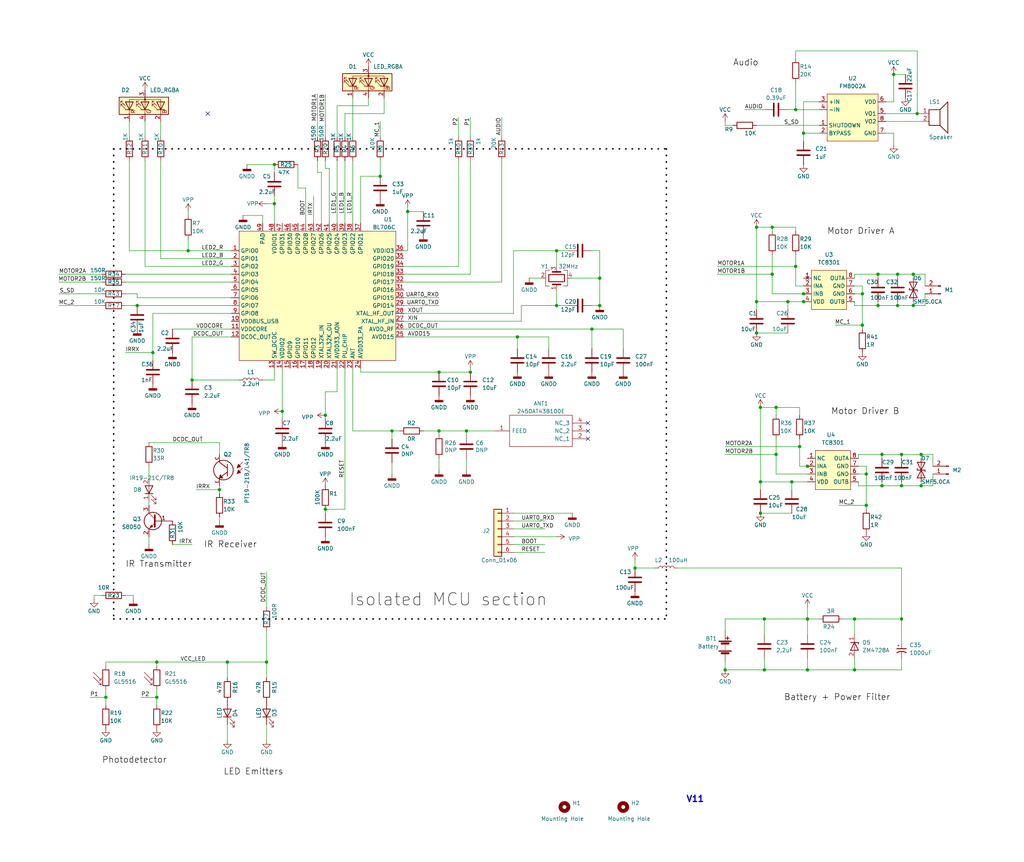
<source format=kicad_sch>
(kicad_sch (version 20230121) (generator eeschema)
  (paper "User" 331.8 279.4)
  (junction (at 260.35 97.79))
  (junction (at 292.1 157.48))
  (junction (at 132.08 68.58))
  (junction (at 257.81 86.36))
  (junction (at 152.4 120.65))
  (junction (at 276.86 200.66))
  (junction (at 34.29 226.06))
  (junction (at 256.54 156.21))
  (junction (at 88.9 53.34))
  (junction (at 246.38 166.37))
  (junction (at 251.46 147.32))
  (junction (at 290.83 88.9))
  (junction (at 279.4 95.25))
  (junction (at 105.41 165.1))
  (junction (at 297.18 36.83))
  (junction (at 247.65 217.17))
  (junction (at 260.35 43.18))
  (junction (at 62.23 123.19))
  (junction (at 250.19 73.66))
  (junction (at 105.41 134.62))
  (junction (at 245.11 107.95))
  (junction (at 260.35 95.25))
  (junction (at 289.56 24.13))
  (junction (at 91.44 133.35))
  (junction (at 205.74 184.15))
  (junction (at 246.38 132.08))
  (junction (at 261.62 217.17))
  (junction (at 194.31 99.06))
  (junction (at 88.9 66.04))
  (junction (at 245.11 97.79))
  (junction (at 261.62 200.66))
  (junction (at 49.53 114.3))
  (junction (at 279.4 105.41))
  (junction (at 234.95 217.17))
  (junction (at 86.36 214.63))
  (junction (at 295.91 88.9))
  (junction (at 245.11 73.66))
  (junction (at 285.75 157.48))
  (junction (at 151.13 139.7))
  (junction (at 142.24 120.65))
  (junction (at 261.62 151.13))
  (junction (at 191.77 106.68))
  (junction (at 251.46 132.08))
  (junction (at 259.08 144.78))
  (junction (at 71.12 158.75))
  (junction (at 73.66 214.63))
  (junction (at 295.91 99.06))
  (junction (at 246.38 156.21))
  (junction (at 180.34 81.28))
  (junction (at 44.45 99.06))
  (junction (at 292.1 200.66))
  (junction (at 247.65 200.66))
  (junction (at 280.67 153.67))
  (junction (at 167.64 109.22))
  (junction (at 255.27 97.79))
  (junction (at 292.1 147.32))
  (junction (at 285.75 147.32))
  (junction (at 142.24 139.7))
  (junction (at 60.96 81.28))
  (junction (at 290.83 99.06))
  (junction (at 298.45 147.32))
  (junction (at 284.48 99.06))
  (junction (at 250.19 88.9))
  (junction (at 50.8 214.63))
  (junction (at 280.67 163.83))
  (junction (at 127 139.7))
  (junction (at 257.81 35.56))
  (junction (at 123.19 57.15))
  (junction (at 50.8 226.06))
  (junction (at 276.86 217.17))
  (junction (at 180.34 99.06))
  (junction (at 194.31 90.17))
  (junction (at 284.48 88.9))
  (junction (at 298.45 157.48))
  (no_connect (at 67.31 36.83))
  (no_connect (at 190.5 137.16))
  (no_connect (at 190.5 142.24))
  (no_connect (at 190.5 139.7))
  (no_connect (at 97.79 -105.41))
  (no_connect (at 261.62 90.17))
  (wire (pts (xy 292.1 213.36) (xy 292.1 217.17)))
  (wire (pts (xy 276.86 95.25) (xy 279.4 95.25)))
  (wire (pts (xy 111.76 119.38) (xy 111.76 165.1)))
  (wire (pts (xy 34.29 226.06) (xy 34.29 223.52)))
  (wire (pts (xy 276.86 99.06) (xy 276.86 97.79)))
  (wire (pts (xy 177.8 109.22) (xy 177.8 113.03)))
  (wire (pts (xy 46.99 86.36) (xy 74.93 86.36)))
  (wire (pts (xy 105.41 54.61) (xy 106.68 54.61)))
  (wire (pts (xy 255.27 35.56) (xy 257.81 35.56)))
  (wire (pts (xy 279.4 92.71) (xy 279.4 95.25)))
  (wire (pts (xy 257.81 35.56) (xy 265.43 35.56)))
  (wire (pts (xy 185.42 90.17) (xy 194.31 90.17)))
  (wire (pts (xy 55.88 106.68) (xy 74.93 106.68)))
  (wire (pts (xy 234.95 217.17) (xy 247.65 217.17)))
  (wire (pts (xy 49.53 101.6) (xy 74.93 101.6)))
  (wire (pts (xy 184.15 99.06) (xy 180.34 99.06)))
  (wire (pts (xy 276.86 200.66) (xy 276.86 205.74)))
  (wire (pts (xy 46.99 44.45) (xy 46.99 39.37)))
  (wire (pts (xy 284.48 99.06) (xy 290.83 99.06)))
  (wire (pts (xy 96.52 53.34) (xy 96.52 60.96)))
  (wire (pts (xy 168.91 99.06) (xy 180.34 99.06)))
  (wire (pts (xy 88.9 63.5) (xy 88.9 66.04)))
  (wire (pts (xy 50.8 214.63) (xy 34.29 214.63)))
  (wire (pts (xy 116.84 57.15) (xy 116.84 72.39)))
  (wire (pts (xy 105.41 134.62) (xy 105.41 135.89)))
  (wire (pts (xy 234.95 147.32) (xy 251.46 147.32)))
  (wire (pts (xy 19.05 88.9) (xy 33.02 88.9)))
  (wire (pts (xy 85.09 72.39) (xy 85.09 69.85)))
  (wire (pts (xy 162.56 52.07) (xy 162.56 91.44)))
  (wire (pts (xy 60.96 68.58) (xy 60.96 69.85)))
  (wire (pts (xy 104.14 55.88) (xy 104.14 72.39)))
  (wire (pts (xy 257.81 26.67) (xy 257.81 35.56)))
  (wire (pts (xy 114.3 31.75) (xy 114.3 44.45)))
  (wire (pts (xy 130.81 88.9) (xy 152.4 88.9)))
  (wire (pts (xy 151.13 139.7) (xy 151.13 140.97)))
  (wire (pts (xy 292.1 157.48) (xy 292.1 156.21)))
  (wire (pts (xy 19.05 99.06) (xy 33.02 99.06)))
  (wire (pts (xy 287.02 36.83) (xy 297.18 36.83)))
  (wire (pts (xy 246.38 166.37) (xy 256.54 166.37)))
  (wire (pts (xy 105.41 127) (xy 105.41 134.62)))
  (wire (pts (xy 102.87 30.48) (xy 102.87 44.45)))
  (polyline (pts (xy 36.83 48.26) (xy 36.83 200.66)) (stroke (width 0.5) (type dot) (color 0 0 0 1)))
  (wire (pts (xy 234.95 39.37) (xy 234.95 40.64)))
  (wire (pts (xy 46.99 52.07) (xy 46.99 86.36)))
  (wire (pts (xy 40.64 95.25) (xy 44.45 95.25)))
  (wire (pts (xy 71.12 158.75) (xy 71.12 157.48)))
  (wire (pts (xy 285.75 147.32) (xy 285.75 148.59)))
  (wire (pts (xy 279.4 105.41) (xy 279.4 106.68)))
  (wire (pts (xy 257.81 92.71) (xy 260.35 92.71)))
  (wire (pts (xy 105.41 52.07) (xy 105.41 54.61)))
  (wire (pts (xy 105.41 127) (xy 109.22 127)))
  (wire (pts (xy 130.81 96.52) (xy 142.24 96.52)))
  (wire (pts (xy 62.23 109.22) (xy 74.93 109.22)))
  (wire (pts (xy 50.8 214.63) (xy 73.66 214.63)))
  (wire (pts (xy 127 142.24) (xy 127 139.7)))
  (wire (pts (xy 127 139.7) (xy 129.54 139.7)))
  (wire (pts (xy 289.56 24.13) (xy 293.37 24.13)))
  (wire (pts (xy 166.37 176.53) (xy 176.53 176.53)))
  (wire (pts (xy 101.6 63.5) (xy 101.6 72.39)))
  (wire (pts (xy 280.67 163.83) (xy 280.67 165.1)))
  (wire (pts (xy 261.62 90.17) (xy 260.35 90.17)))
  (wire (pts (xy 80.01 53.34) (xy 88.9 53.34)))
  (wire (pts (xy 259.08 142.24) (xy 259.08 144.78)))
  (wire (pts (xy 86.36 204.47) (xy 86.36 214.63)))
  (wire (pts (xy 191.77 106.68) (xy 191.77 113.03)))
  (wire (pts (xy 295.91 99.06) (xy 299.72 99.06)))
  (wire (pts (xy 180.34 81.28) (xy 180.34 86.36)))
  (wire (pts (xy 285.75 157.48) (xy 285.75 156.21)))
  (wire (pts (xy 261.62 200.66) (xy 261.62 205.74)))
  (wire (pts (xy 284.48 99.06) (xy 284.48 97.79)))
  (wire (pts (xy 91.44 119.38) (xy 91.44 133.35)))
  (wire (pts (xy 44.45 99.06) (xy 74.93 99.06)))
  (wire (pts (xy 166.37 179.07) (xy 176.53 179.07)))
  (wire (pts (xy 262.89 151.13) (xy 261.62 151.13)))
  (wire (pts (xy 55.88 176.53) (xy 62.23 176.53)))
  (wire (pts (xy 287.02 33.02) (xy 289.56 33.02)))
  (polyline (pts (xy 215.9 48.26) (xy 215.9 200.66)) (stroke (width 0.5) (type dot) (color 0 0 0 1)))
  (wire (pts (xy 247.65 213.36) (xy 247.65 217.17)))
  (wire (pts (xy 30.48 193.04) (xy 33.02 193.04)))
  (wire (pts (xy 280.67 153.67) (xy 280.67 163.83)))
  (wire (pts (xy 205.74 184.15) (xy 212.09 184.15)))
  (wire (pts (xy 166.37 166.37) (xy 185.42 166.37)))
  (wire (pts (xy 241.3 35.56) (xy 247.65 35.56)))
  (wire (pts (xy 114.3 139.7) (xy 114.3 119.38)))
  (wire (pts (xy 278.13 153.67) (xy 280.67 153.67)))
  (wire (pts (xy 302.26 151.13) (xy 302.26 147.32)))
  (wire (pts (xy 295.91 88.9) (xy 299.72 88.9)))
  (wire (pts (xy 285.75 147.32) (xy 292.1 147.32)))
  (wire (pts (xy 52.07 44.45) (xy 52.07 39.37)))
  (wire (pts (xy 234.95 214.63) (xy 234.95 217.17)))
  (wire (pts (xy 85.09 69.85) (xy 78.74 69.85)))
  (wire (pts (xy 219.71 184.15) (xy 292.1 184.15)))
  (wire (pts (xy 279.4 95.25) (xy 279.4 105.41)))
  (wire (pts (xy 114.3 139.7) (xy 127 139.7)))
  (wire (pts (xy 257.81 16.51) (xy 257.81 19.05)))
  (wire (pts (xy 45.72 226.06) (xy 50.8 226.06)))
  (wire (pts (xy 63.5 158.75) (xy 71.12 158.75)))
  (wire (pts (xy 278.13 157.48) (xy 285.75 157.48)))
  (wire (pts (xy 290.83 99.06) (xy 295.91 99.06)))
  (wire (pts (xy 162.56 38.1) (xy 162.56 44.45)))
  (wire (pts (xy 49.53 116.84) (xy 49.53 114.3)))
  (wire (pts (xy 48.26 151.13) (xy 48.26 154.94)))
  (wire (pts (xy 105.41 165.1) (xy 105.41 166.37)))
  (wire (pts (xy 276.86 92.71) (xy 279.4 92.71)))
  (wire (pts (xy 40.64 114.3) (xy 49.53 114.3)))
  (wire (pts (xy 292.1 200.66) (xy 292.1 208.28)))
  (wire (pts (xy 247.65 217.17) (xy 261.62 217.17)))
  (wire (pts (xy 261.62 95.25) (xy 260.35 95.25)))
  (wire (pts (xy 166.37 168.91) (xy 176.53 168.91)))
  (wire (pts (xy 130.81 106.68) (xy 191.77 106.68)))
  (wire (pts (xy 245.11 107.95) (xy 255.27 107.95)))
  (wire (pts (xy 302.26 153.67) (xy 302.26 157.48)))
  (wire (pts (xy 130.81 81.28) (xy 132.08 81.28)))
  (wire (pts (xy 166.37 171.45) (xy 176.53 171.45)))
  (wire (pts (xy 245.11 97.79) (xy 245.11 73.66)))
  (wire (pts (xy 60.96 81.28) (xy 74.93 81.28)))
  (wire (pts (xy 292.1 184.15) (xy 292.1 200.66)))
  (wire (pts (xy 71.12 168.91) (xy 71.12 167.64)))
  (wire (pts (xy 130.81 99.06) (xy 142.24 99.06)))
  (wire (pts (xy 130.81 109.22) (xy 167.64 109.22)))
  (wire (pts (xy 290.83 88.9) (xy 290.83 90.17)))
  (wire (pts (xy 111.76 36.83) (xy 111.76 44.45)))
  (wire (pts (xy 123.19 57.15) (xy 116.84 57.15)))
  (wire (pts (xy 276.86 88.9) (xy 284.48 88.9)))
  (wire (pts (xy 292.1 147.32) (xy 292.1 148.59)))
  (wire (pts (xy 71.12 143.51) (xy 71.12 147.32)))
  (wire (pts (xy 292.1 217.17) (xy 276.86 217.17)))
  (wire (pts (xy 60.96 77.47) (xy 60.96 81.28)))
  (wire (pts (xy 247.65 200.66) (xy 261.62 200.66)))
  (wire (pts (xy 256.54 156.21) (xy 256.54 158.75)))
  (wire (pts (xy 261.62 97.79) (xy 260.35 97.79)))
  (wire (pts (xy 88.9 123.19) (xy 85.09 123.19)))
  (wire (pts (xy 99.06 60.96) (xy 99.06 72.39)))
  (wire (pts (xy 290.83 99.06) (xy 290.83 97.79)))
  (wire (pts (xy 167.64 109.22) (xy 177.8 109.22)))
  (wire (pts (xy 278.13 157.48) (xy 278.13 156.21)))
  (wire (pts (xy 124.46 36.83) (xy 111.76 36.83)))
  (wire (pts (xy 48.26 162.56) (xy 48.26 163.83)))
  (wire (pts (xy 261.62 200.66) (xy 265.43 200.66)))
  (wire (pts (xy 19.05 95.25) (xy 33.02 95.25)))
  (wire (pts (xy 29.21 226.06) (xy 34.29 226.06)))
  (wire (pts (xy 148.59 38.1) (xy 148.59 44.45)))
  (wire (pts (xy 284.48 88.9) (xy 284.48 90.17)))
  (wire (pts (xy 73.66 219.71) (xy 73.66 214.63)))
  (wire (pts (xy 250.19 95.25) (xy 250.19 88.9)))
  (wire (pts (xy 284.48 88.9) (xy 290.83 88.9)))
  (polyline (pts (xy 36.83 48.26) (xy 215.9 48.26)) (stroke (width 0.5) (type dot) (color 0 0 0 1)))
  (wire (pts (xy 287.02 43.18) (xy 289.56 43.18)))
  (wire (pts (xy 276.86 99.06) (xy 284.48 99.06)))
  (wire (pts (xy 201.93 106.68) (xy 201.93 113.03)))
  (wire (pts (xy 247.65 200.66) (xy 247.65 205.74)))
  (wire (pts (xy 271.78 163.83) (xy 280.67 163.83)))
  (wire (pts (xy 106.68 54.61) (xy 106.68 72.39)))
  (wire (pts (xy 298.45 147.32) (xy 302.26 147.32)))
  (wire (pts (xy 255.27 97.79) (xy 255.27 100.33)))
  (wire (pts (xy 257.81 82.55) (xy 257.81 86.36)))
  (wire (pts (xy 86.36 214.63) (xy 86.36 219.71)))
  (wire (pts (xy 44.45 96.52) (xy 74.93 96.52)))
  (wire (pts (xy 40.64 88.9) (xy 74.93 88.9)))
  (wire (pts (xy 167.64 109.22) (xy 167.64 113.03)))
  (wire (pts (xy 259.08 151.13) (xy 261.62 151.13)))
  (wire (pts (xy 43.18 194.31) (xy 43.18 193.04)))
  (wire (pts (xy 43.18 193.04) (xy 40.64 193.04)))
  (wire (pts (xy 52.07 52.07) (xy 52.07 83.82)))
  (wire (pts (xy 270.51 105.41) (xy 279.4 105.41)))
  (wire (pts (xy 105.41 30.48) (xy 105.41 44.45)))
  (wire (pts (xy 205.74 181.61) (xy 205.74 184.15)))
  (wire (pts (xy 276.86 213.36) (xy 276.86 217.17)))
  (wire (pts (xy 52.07 83.82) (xy 74.93 83.82)))
  (wire (pts (xy 250.19 73.66) (xy 257.81 73.66)))
  (wire (pts (xy 285.75 157.48) (xy 292.1 157.48)))
  (wire (pts (xy 250.19 95.25) (xy 260.35 95.25)))
  (wire (pts (xy 102.87 52.07) (xy 102.87 55.88)))
  (wire (pts (xy 194.31 81.28) (xy 194.31 90.17)))
  (wire (pts (xy 152.4 52.07) (xy 152.4 88.9)))
  (wire (pts (xy 123.19 52.07) (xy 123.19 57.15)))
  (wire (pts (xy 30.48 194.31) (xy 30.48 193.04)))
  (wire (pts (xy 88.9 119.38) (xy 88.9 123.19)))
  (wire (pts (xy 246.38 158.75) (xy 246.38 156.21)))
  (wire (pts (xy 297.18 36.83) (xy 298.45 36.83)))
  (wire (pts (xy 191.77 99.06) (xy 194.31 99.06)))
  (wire (pts (xy 292.1 147.32) (xy 298.45 147.32)))
  (wire (pts (xy 260.35 43.18) (xy 260.35 45.72)))
  (wire (pts (xy 41.91 81.28) (xy 60.96 81.28)))
  (wire (pts (xy 290.83 88.9) (xy 295.91 88.9)))
  (wire (pts (xy 151.13 139.7) (xy 160.02 139.7)))
  (wire (pts (xy 298.45 156.21) (xy 298.45 157.48)))
  (wire (pts (xy 259.08 144.78) (xy 259.08 151.13)))
  (wire (pts (xy 40.64 99.06) (xy 44.45 99.06)))
  (wire (pts (xy 295.91 97.79) (xy 295.91 99.06)))
  (wire (pts (xy 276.86 217.17) (xy 261.62 217.17)))
  (wire (pts (xy 130.81 91.44) (xy 162.56 91.44)))
  (wire (pts (xy 49.53 114.3) (xy 49.53 101.6)))
  (wire (pts (xy 257.81 74.93) (xy 257.81 73.66)))
  (wire (pts (xy 132.08 68.58) (xy 132.08 81.28)))
  (wire (pts (xy 298.45 147.32) (xy 298.45 148.59)))
  (wire (pts (xy 116.84 120.65) (xy 116.84 119.38)))
  (wire (pts (xy 299.72 99.06) (xy 299.72 95.25)))
  (wire (pts (xy 73.66 214.63) (xy 86.36 214.63)))
  (wire (pts (xy 41.91 44.45) (xy 41.91 39.37)))
  (wire (pts (xy 292.1 157.48) (xy 298.45 157.48)))
  (wire (pts (xy 257.81 86.36) (xy 257.81 92.71)))
  (wire (pts (xy 142.24 152.4) (xy 142.24 148.59)))
  (wire (pts (xy 34.29 228.6) (xy 34.29 226.06)))
  (wire (pts (xy 246.38 132.08) (xy 251.46 132.08)))
  (wire (pts (xy 132.08 68.58) (xy 137.16 68.58)))
  (wire (pts (xy 299.72 88.9) (xy 299.72 92.71)))
  (wire (pts (xy 88.9 53.34) (xy 88.9 55.88)))
  (wire (pts (xy 152.4 119.38) (xy 152.4 120.65)))
  (wire (pts (xy 276.86 88.9) (xy 276.86 90.17)))
  (wire (pts (xy 50.8 228.6) (xy 50.8 226.06)))
  (wire (pts (xy 71.12 160.02) (xy 71.12 158.75)))
  (wire (pts (xy 245.11 40.64) (xy 265.43 40.64)))
  (wire (pts (xy 111.76 52.07) (xy 111.76 72.39)))
  (wire (pts (xy 142.24 139.7) (xy 151.13 139.7)))
  (wire (pts (xy 289.56 43.18) (xy 289.56 46.99)))
  (wire (pts (xy 102.87 55.88) (xy 104.14 55.88)))
  (wire (pts (xy 180.34 93.98) (xy 180.34 99.06)))
  (wire (pts (xy 142.24 120.65) (xy 152.4 120.65)))
  (wire (pts (xy 124.46 31.75) (xy 124.46 36.83)))
  (wire (pts (xy 168.91 99.06) (xy 168.91 104.14)))
  (wire (pts (xy 251.46 132.08) (xy 251.46 134.62)))
  (wire (pts (xy 234.95 40.64) (xy 237.49 40.64)))
  (wire (pts (xy 259.08 132.08) (xy 259.08 134.62)))
  (wire (pts (xy 232.41 86.36) (xy 257.81 86.36)))
  (wire (pts (xy 297.18 16.51) (xy 257.81 16.51)))
  (wire (pts (xy 105.41 165.1) (xy 111.76 165.1)))
  (wire (pts (xy 245.11 97.79) (xy 255.27 97.79)))
  (wire (pts (xy 119.38 31.75) (xy 119.38 34.29)))
  (wire (pts (xy 62.23 109.22) (xy 62.23 123.19)))
  (wire (pts (xy 287.02 39.37) (xy 298.45 39.37)))
  (wire (pts (xy 40.64 91.44) (xy 74.93 91.44)))
  (wire (pts (xy 166.37 101.6) (xy 166.37 81.28)))
  (wire (pts (xy 86.36 66.04) (xy 88.9 66.04)))
  (polyline (pts (xy 36.83 200.66) (xy 215.9 200.66)) (stroke (width 0.5) (type dot) (color 0 0 0 1)))
  (wire (pts (xy 62.23 123.19) (xy 77.47 123.19)))
  (wire (pts (xy 44.45 95.25) (xy 44.45 96.52)))
  (wire (pts (xy 251.46 142.24) (xy 251.46 147.32)))
  (wire (pts (xy 19.05 91.44) (xy 33.02 91.44)))
  (wire (pts (xy 180.34 173.99) (xy 166.37 173.99)))
  (wire (pts (xy 41.91 52.07) (xy 41.91 81.28)))
  (wire (pts (xy 245.11 73.66) (xy 250.19 73.66)))
  (wire (pts (xy 234.95 200.66) (xy 234.95 204.47)))
  (wire (pts (xy 261.62 217.17) (xy 261.62 213.36)))
  (wire (pts (xy 191.77 106.68) (xy 201.93 106.68)))
  (wire (pts (xy 276.86 200.66) (xy 292.1 200.66)))
  (wire (pts (xy 119.38 34.29) (xy 109.22 34.29)))
  (wire (pts (xy 278.13 147.32) (xy 278.13 148.59)))
  (wire (pts (xy 116.84 120.65) (xy 142.24 120.65)))
  (wire (pts (xy 250.19 82.55) (xy 250.19 88.9)))
  (wire (pts (xy 175.26 90.17) (xy 171.45 90.17)))
  (wire (pts (xy 114.3 52.07) (xy 114.3 72.39)))
  (wire (pts (xy 130.81 101.6) (xy 166.37 101.6)))
  (wire (pts (xy 86.36 240.03) (xy 86.36 234.95)))
  (wire (pts (xy 142.24 139.7) (xy 142.24 140.97)))
  (wire (pts (xy 73.66 240.03) (xy 73.66 234.95)))
  (wire (pts (xy 297.18 36.83) (xy 297.18 16.51)))
  (wire (pts (xy 48.26 143.51) (xy 71.12 143.51)))
  (wire (pts (xy 256.54 156.21) (xy 261.62 156.21)))
  (wire (pts (xy 180.34 81.28) (xy 184.15 81.28)))
  (wire (pts (xy 96.52 60.96) (xy 99.06 60.96)))
  (wire (pts (xy 234.95 144.78) (xy 259.08 144.78)))
  (wire (pts (xy 151.13 148.59) (xy 151.13 152.4)))
  (wire (pts (xy 50.8 226.06) (xy 50.8 223.52)))
  (wire (pts (xy 265.43 33.02) (xy 260.35 33.02)))
  (wire (pts (xy 234.95 200.66) (xy 247.65 200.66)))
  (wire (pts (xy 109.22 34.29) (xy 109.22 44.45)))
  (wire (pts (xy 245.11 100.33) (xy 245.11 97.79)))
  (wire (pts (xy 191.77 81.28) (xy 194.31 81.28)))
  (wire (pts (xy 278.13 147.32) (xy 285.75 147.32)))
  (wire (pts (xy 251.46 132.08) (xy 259.08 132.08)))
  (wire (pts (xy 166.37 81.28) (xy 180.34 81.28)))
  (wire (pts (xy 260.35 43.18) (xy 265.43 43.18)))
  (wire (pts (xy 148.59 52.07) (xy 148.59 86.36)))
  (wire (pts (xy 132.08 67.31) (xy 132.08 68.58)))
  (wire (pts (xy 194.31 90.17) (xy 194.31 99.06)))
  (wire (pts (xy 123.19 39.37) (xy 123.19 44.45)))
  (wire (pts (xy 109.22 52.07) (xy 109.22 72.39)))
  (wire (pts (xy 278.13 151.13) (xy 280.67 151.13)))
  (wire (pts (xy 50.8 215.9) (xy 50.8 214.63)))
  (wire (pts (xy 280.67 151.13) (xy 280.67 153.67)))
  (wire (pts (xy 246.38 156.21) (xy 256.54 156.21)))
  (wire (pts (xy 48.26 176.53) (xy 48.26 173.99)))
  (wire (pts (xy 142.24 139.7) (xy 137.16 139.7)))
  (wire (pts (xy 130.81 104.14) (xy 168.91 104.14)))
  (wire (pts (xy 298.45 157.48) (xy 302.26 157.48)))
  (wire (pts (xy 91.44 133.35) (xy 91.44 135.89)))
  (wire (pts (xy 152.4 38.1) (xy 152.4 44.45)))
  (wire (pts (xy 130.81 86.36) (xy 148.59 86.36)))
  (wire (pts (xy 261.62 196.85) (xy 261.62 200.66)))
  (wire (pts (xy 250.19 74.93) (xy 250.19 73.66)))
  (wire (pts (xy 251.46 153.67) (xy 251.46 147.32)))
  (wire (pts (xy 295.91 88.9) (xy 295.91 90.17)))
  (wire (pts (xy 246.38 156.21) (xy 246.38 132.08)))
  (wire (pts (xy 232.41 88.9) (xy 250.19 88.9)))
  (wire (pts (xy 88.9 66.04) (xy 88.9 72.39)))
  (wire (pts (xy 273.05 200.66) (xy 276.86 200.66)))
  (wire (pts (xy 127 153.67) (xy 127 149.86)))
  (wire (pts (xy 251.46 153.67) (xy 261.62 153.67)))
  (wire (pts (xy 34.29 214.63) (xy 34.29 215.9)))
  (wire (pts (xy 86.36 185.42) (xy 86.36 196.85)))
  (wire (pts (xy 260.35 33.02) (xy 260.35 43.18)))
  (wire (pts (xy 255.27 97.79) (xy 260.35 97.79)))
  (wire (pts (xy 289.56 24.13) (xy 289.56 33.02)))
  (wire (pts (xy 109.22 119.38) (xy 109.22 127)))
  (text "Photodetector" (at 33.02 247.65 0) (effects (font (size 2 2)) (justify left bottom)))
  (text "Audio" (at 237.49 21.59 0) (effects (font (size 2 2)) (justify left bottom)))
  (text "LED Emitters" (at 72.39 251.46 0) (effects (font (size 2 2)) (justify left bottom)))
  (text "Motor Driver A" (at 267.97 76.2 0) (effects (font (size 2 2)) (justify left bottom)))
  (text "Battery + Power Filter" (at 254 227.33 0) (effects (font (size 2 2)) (justify left bottom)))
  (text "Isolated MCU section" (at 113.03 196.85 0) (effects (font (size 4 4)) (justify left bottom)))
  (text "V11" (at 222.25 260.35 0) (effects (font (size 2 2) (thickness 0.4) bold) (justify left bottom)))
  (text "IR Transmitter" (at 40.64 184.15 0) (effects (font (size 2 2)) (justify left bottom)))
  (text "Motor Driver B" (at 269.24 134.62 0) (effects (font (size 2 2)) (justify left bottom)))
  (text "IR Receiver" (at 66.04 177.8 0) (effects (font (size 2 2)) (justify left bottom)))
  (label "MC_1" (at 270.51 105.41 0))
  (label "P1" (at 29.21 226.06 0))
  (label "RESET" (at 111.76 154.94 90))
  (label "IRRX" (at 63.5 158.75 0))
  (label "LED2_G" (at 72.39 86.36 180))
  (label "MOTOR2A" (at 234.95 144.78 0))
  (label "P2" (at 148.59 38.1 270))
  (label "AUDIO" (at 162.56 38.1 270))
  (label "MC_1" (at 123.19 39.37 270))
  (label "MOTOR2A" (at 27.94 88.9 180))
  (label "IRTX" (at 62.23 176.53 180))
  (label "MOTOR2B" (at 234.95 147.32 0))
  (label "AUDIO" (at 241.3 35.56 0))
  (label "UART0_TXD" (at 142.24 99.06 180))
  (label "MOTOR1A" (at 102.87 30.48 270))
  (label "LED2_B" (at 72.39 83.82 180))
  (label "AVDD15" (at 132.08 109.22 0))
  (label "P2" (at 45.72 226.06 0))
  (label "LED1_B" (at 111.76 62.23 270))
  (label "LED1_G" (at 109.22 62.23 270))
  (label "UART0_RXD" (at 142.24 96.52 180))
  (label "BOOT" (at 168.91 176.53 0))
  (label "UART0_TXD" (at 168.91 171.45 0))
  (label "MOTOR1A" (at 232.41 86.36 0))
  (label "VCC_LED" (at 58.42 214.63 0))
  (label "P1" (at 152.4 38.1 270))
  (label "IRRX" (at 40.64 114.3 0))
  (label "DCDC_OUT" (at 72.39 109.22 180))
  (label "DCDC_OUT" (at 55.88 143.51 0))
  (label "LED1_R" (at 114.3 62.23 270))
  (label "MC_2" (at 24.13 99.06 180))
  (label "S_SD" (at 24.13 95.25 180))
  (label "MOTOR1B" (at 105.41 30.48 270))
  (label "UART0_RXD" (at 168.91 168.91 0))
  (label "MOTOR1B" (at 232.41 88.9 0))
  (label "S_SD" (at 254 40.64 0))
  (label "VDDCORE" (at 72.39 106.68 180))
  (label "XIN" (at 132.08 104.14 0))
  (label "MOTOR2B" (at 27.94 91.44 180))
  (label "IRTX" (at 101.6 69.85 90))
  (label "LED2_R" (at 72.39 81.28 180))
  (label "DCDC_OUT" (at 132.08 106.68 0))
  (label "BOOT" (at 99.06 69.85 90))
  (label "RESET" (at 168.91 179.07 0))
  (label "DCDC_OUT" (at 86.36 185.42 270))
  (label "MC_2" (at 276.86 163.83 180))
  (label "XOUT" (at 132.08 101.6 0))
  (symbol (lib_id "Device:R") (at 55.88 172.72 180) (unit 1)
    (property "Reference" "R31" (at 55.88 172.72 90))
    (property "Value" "10K" (at 58.42 168.91 90) (effects (justify left)))
    (property "Footprint" "Resistor_SMD:R_0402_1005Metric" (effects hide))
    (property "LCSC" "C25744" (effects hide))
  )
  (symbol (lib_id "Device:C") (at 167.64 116.84 0) (unit 1)
    (property "Reference" "C14" (at 170.18 115.57 0) (effects (justify left)))
    (property "Value" "10pF" (at 170.18 118.11 0) (effects (justify left)))
    (property "Footprint" "Capacitor_SMD:C_0402_1005Metric" (effects hide))
    (property "LCSC" "C32949" (effects hide))
  )
  (symbol (lib_id "Sensor_Optical:A9050") (at 50.8 219.71 0) (unit 1)
    (property "Reference" "R21" (at 53.34 218.4399 0) (effects (justify left)))
    (property "Value" "GL5516" (at 53.34 220.9799 0) (effects (justify left)))
    (property "Footprint" "OptoDevice:R_LDR_5.0x4.1mm_P3mm_Vertical" (effects hide))
    (property "Datasheet" "http://cdn-reichelt.de/documents/datenblatt/A500/A90xxxx%23PE.pdf" (effects hide))
  )
  (symbol (lib_id "power:GNDD") (at 123.19 64.77 0) (unit 1)
    (property "Reference" "#PWR033" (effects hide))
    (property "Value" "GNDD" (at 123.19 68.58 0))
  )
  (symbol (lib_id "power:GNDD") (at 177.8 120.65 0) (unit 1)
    (property "Reference" "#PWR039" (effects hide))
    (property "Value" "GNDD" (at 177.8 124.46 0))
  )
  (symbol (lib_id "Device:R") (at 41.91 48.26 0) (unit 1)
    (property "Reference" "R12" (at 41.91 48.26 90))
    (property "Value" "1K" (at 40.64 45.72 90) (effects (justify left)))
    (property "Footprint" "Resistor_SMD:R_0402_1005Metric" (effects hide))
    (property "LCSC" "C11702" (effects hide))
  )
  (symbol (lib_id "Device:D_TVS") (at 298.45 152.4 90) (unit 1)
    (property "Reference" "D7" (at 298.45 148.59 90) (effects (justify right)))
    (property "Value" "SMF5.0CA" (at 298.45 156.21 90) (effects (justify right)))
    (property "Footprint" "Diode_SMD:D_SOD-123F" (effects hide))
    (property "LCSC" "C320548" (effects hide))
  )
  (symbol (lib_id "BL702 Robot:8002B") (at 275.59 36.83 0) (unit 1)
    (property "Reference" "U2" (at 276.225 25.4 0))
    (property "Value" "FM8002A" (at 276.225 27.94 0))
    (property "Footprint" "Package_SO:SOP-8_3.9x4.9mm_P1.27mm" (effects hide))
    (property "LCSC" "C94625" (effects hide))
  )
  (symbol (lib_id "power:GNDD") (at 49.53 124.46 0) (unit 1)
    (property "Reference" "#PWR025" (effects hide))
    (property "Value" "GNDD" (at 49.53 128.27 0))
  )
  (symbol (lib_id "Device:C") (at 137.16 72.39 180) (unit 1)
    (property "Reference" "C11" (at 140.97 69.85 0) (effects (justify left)))
    (property "Value" "2.2uF" (at 138.43 74.93 0) (effects (justify left)))
    (property "Footprint" "Capacitor_SMD:C_0402_1005Metric" (effects hide))
    (property "LCSC" "C12530" (effects hide))
  )
  (symbol (lib_id "power:GND") (at 73.66 240.03 0) (unit 1)
    (property "Reference" "#PWR040" (effects hide))
    (property "Value" "GND" (at 73.66 243.84 0))
  )
  (symbol (lib_id "Device:R") (at 250.19 78.74 0) (unit 1)
    (property "Reference" "R28" (at 251.46 77.47 0) (effects (justify left)))
    (property "Value" "10K" (at 251.46 80.01 0) (effects (justify left)))
    (property "Footprint" "Resistor_SMD:R_0402_1005Metric" (effects hide))
    (property "LCSC" "C25744" (effects hide))
  )
  (symbol (lib_id "Device:R") (at 36.83 193.04 90) (unit 1)
    (property "Reference" "R23" (at 36.83 193.04 90))
    (property "Value" "10R" (at 35.56 190.5 90) (effects (justify left)))
    (property "Footprint" "Resistor_SMD:R_1206_3216Metric" (effects hide))
    (property "LCSC" "C326706" (effects hide))
  )
  (symbol (lib_id "Device:R") (at 102.87 48.26 180) (unit 1)
    (property "Reference" "R3" (at 102.87 48.26 90))
    (property "Value" "150R" (at 101.6 40.64 90) (effects (justify left)))
    (property "Footprint" "Resistor_SMD:R_0402_1005Metric" (effects hide))
    (property "LCSC" "C140202" (effects hide))
  )
  (symbol (lib_id "Device:R") (at 241.3 40.64 90) (unit 1)
    (property "Reference" "R9" (at 237.49 41.91 90) (effects (justify left)))
    (property "Value" "10K" (at 245.11 43.18 90) (effects (justify left)))
    (property "Footprint" "Resistor_SMD:R_0402_1005Metric" (effects hide))
    (property "LCSC" "C25744" (effects hide))
  )
  (symbol (lib_id "power:GNDD") (at 43.18 194.31 0) (unit 1)
    (property "Reference" "#PWR063" (effects hide))
    (property "Value" "GNDD" (at 43.18 198.12 0))
  )
  (symbol (lib_id "Device:R") (at 109.22 48.26 0) (unit 1)
    (property "Reference" "R5" (at 109.22 48.26 90))
    (property "Value" "1K" (at 107.95 45.72 90) (effects (justify left)))
    (property "Footprint" "Resistor_SMD:R_0402_1005Metric" (effects hide))
    (property "LCSC" "C11702" (effects hide))
  )
  (symbol (lib_id "Device:R") (at 34.29 232.41 0) (unit 1)
    (property "Reference" "R19" (at 35.56 231.14 0) (effects (justify left)))
    (property "Value" "10K" (at 35.56 233.68 0) (effects (justify left)))
    (property "Footprint" "Resistor_SMD:R_0402_1005Metric" (effects hide))
    (property "LCSC" "C25744" (effects hide))
  )
  (symbol (lib_id "power:GND") (at 293.37 31.75 0) (unit 1)
    (property "Reference" "#PWR048" (effects hide))
    (property "Value" "GND" (at 293.37 35.56 0))
  )
  (symbol (lib_id "Device:R") (at 269.24 200.66 90) (unit 1)
    (property "Reference" "R24" (at 270.51 203.2 90) (effects (justify left)))
    (property "Value" "3R" (at 270.51 198.12 90) (effects (justify left)))
    (property "Footprint" "Resistor_SMD:R_1206_3216Metric" (effects hide))
    (property "LCSC" "C3152278" (effects hide))
  )
  (symbol (lib_id "power:GNDD") (at 142.24 128.27 0) (unit 1)
    (property "Reference" "#PWR028" (effects hide))
    (property "Value" "GNDD" (at 142.24 132.08 0))
  )
  (symbol (lib_id "Device:C") (at 127 146.05 0) (unit 1)
    (property "Reference" "C4" (at 129.921 144.8816 0) (effects (justify left)))
    (property "Value" "DNP" (at 129.921 147.193 0) (effects (justify left)))
    (property "Footprint" "Capacitor_SMD:C_0402_1005Metric" (effects hide))
  )
  (symbol (lib_id "power:GNDD") (at 152.4 128.27 0) (unit 1)
    (property "Reference" "#PWR031" (effects hide))
    (property "Value" "GNDD" (at 152.4 132.08 0))
  )
  (symbol (lib_id "Device:C") (at 246.38 162.56 0) (unit 1)
    (property "Reference" "C25" (at 248.92 161.29 0) (effects (justify left)))
    (property "Value" "10uF" (at 248.92 163.83 0) (effects (justify left)))
    (property "Footprint" "Capacitor_SMD:C_0603_1608Metric" (effects hide))
    (property "LCSC" "C96446" (effects hide))
  )
  (symbol (lib_id "power:GND") (at 34.29 236.22 0) (unit 1)
    (property "Reference" "#PWR051" (effects hide))
    (property "Value" "GND" (at 34.29 240.03 0))
  )
  (symbol (lib_id "power:GNDD") (at 127 153.67 0) (unit 1)
    (property "Reference" "#PWR09" (effects hide))
    (property "Value" "GNDD" (at 127 157.48 0))
  )
  (symbol (lib_id "Device:C") (at 290.83 93.98 0) (unit 1)
    (property "Reference" "C32" (at 287.02 91.44 0) (effects (justify left)))
    (property "Value" "100nF" (at 288.29 96.52 0) (effects (justify left)))
    (property "Footprint" "Capacitor_SMD:C_0402_1005Metric" (effects hide))
    (property "LCSC" "C307331" (effects hide))
  )
  (symbol (lib_id "power:VCC") (at 46.99 29.21 0) (unit 1)
    (property "Reference" "#PWR03" (effects hide))
    (property "Value" "VCC" (at 46.99 25.4 0))
  )
  (symbol (lib_id "Device:R") (at 86.36 223.52 0) (unit 1)
    (property "Reference" "R15" (at 88.9 224.79 90) (effects (justify left)))
    (property "Value" "47R" (at 83.82 224.79 90) (effects (justify left)))
    (property "Footprint" "Resistor_SMD:R_0402_1005Metric" (effects hide))
    (property "LCSC" "C284589" (effects hide))
  )
  (symbol (lib_id "Device:C") (at 105.41 139.7 0) (unit 1)
    (property "Reference" "C8" (at 105.41 137.16 0) (effects (justify left)))
    (property "Value" "2.2uF" (at 105.41 142.24 0) (effects (justify left)))
    (property "Footprint" "Capacitor_SMD:C_0402_1005Metric" (effects hide))
    (property "LCSC" "C12530" (effects hide))
  )
  (symbol (lib_id "Device:R") (at 257.81 78.74 0) (unit 1)
    (property "Reference" "R29" (at 259.08 77.47 0) (effects (justify left)))
    (property "Value" "10K" (at 259.08 80.01 0) (effects (justify left)))
    (property "Footprint" "Resistor_SMD:R_0402_1005Metric" (effects hide))
    (property "LCSC" "C25744" (effects hide))
  )
  (symbol (lib_id "Device:C") (at 284.48 93.98 0) (unit 1)
    (property "Reference" "C30" (at 280.67 91.44 0) (effects (justify left)))
    (property "Value" "100nF" (at 281.94 96.52 0) (effects (justify left)))
    (property "Footprint" "Capacitor_SMD:C_0402_1005Metric" (effects hide))
    (property "LCSC" "C307331" (effects hide))
  )
  (symbol (lib_id "Device:R") (at 105.41 48.26 180) (unit 1)
    (property "Reference" "R20" (at 105.41 48.26 90))
    (property "Value" "150R" (at 104.14 40.64 90) (effects (justify left)))
    (property "Footprint" "Resistor_SMD:R_0402_1005Metric" (effects hide))
    (property "LCSC" "C140202" (effects hide))
  )
  (symbol (lib_id "Device:R") (at 279.4 110.49 0) (unit 1)
    (property "Reference" "R41" (at 280.67 109.22 0) (effects (justify left)))
    (property "Value" "1R" (at 280.67 111.76 0) (effects (justify left)))
    (property "Footprint" "Resistor_SMD:R_1206_3216Metric" (effects hide))
    (property "LCSC" "C17928" (effects hide))
  )
  (symbol (lib_id "power:GNDD") (at 55.88 114.3 0) (unit 1)
    (property "Reference" "#PWR07" (effects hide))
    (property "Value" "GNDD" (at 55.88 118.11 0))
  )
  (symbol (lib_id "Device:R") (at 60.96 73.66 0) (unit 1)
    (property "Reference" "R7" (at 62.23 72.39 0) (effects (justify left)))
    (property "Value" "10K" (at 62.23 74.93 0) (effects (justify left)))
    (property "Footprint" "Resistor_SMD:R_0402_1005Metric" (effects hide))
    (property "LCSC" "C25744" (effects hide))
  )
  (symbol (lib_id "power:GNDD") (at 48.26 176.53 0) (unit 1)
    (property "Reference" "#PWR037" (effects hide))
    (property "Value" "GNDD" (at 48.26 180.34 0))
  )
  (symbol (lib_id "power:GNDD") (at 201.93 120.65 0) (unit 1)
    (property "Reference" "#PWR049" (effects hide))
    (property "Value" "GNDD" (at 201.93 124.46 0))
  )
  (symbol (lib_id "Device:C") (at 251.46 35.56 90) (unit 1)
    (property "Reference" "C18" (at 251.46 29.21 90))
    (property "Value" "0.39uF" (at 251.46 31.75 90))
    (property "Footprint" "Capacitor_SMD:C_0603_1608Metric" (effects hide))
    (property "LCSC" "C309480" (effects hide))
  )
  (symbol (lib_id "Device:Q_NPN_BEC") (at 50.8 168.91 0) (mirror y) (unit 1)
    (property "Reference" "Q3" (at 45.72 168.275 0) (effects (justify left)))
    (property "Value" "S8050" (at 45.72 170.815 0) (effects (justify left)))
    (property "Footprint" "Package_TO_SOT_SMD:SOT-23-3" (effects hide))
    (property "LCSC" "C2926165" (effects hide))
  )
  (symbol (lib_id "power:VPP") (at 180.34 173.99 270) (unit 1)
    (property "Reference" "#PWR01" (effects hide))
    (property "Value" "VMCU" (at 184.15 174.625 90) (effects (justify left)))
  )
  (symbol (lib_id "Device:R") (at 105.41 161.29 0) (unit 1)
    (property "Reference" "R1" (at 106.68 160.02 0) (effects (justify left)))
    (property "Value" "100K" (at 102.87 163.83 90) (effects (justify left)))
    (property "Footprint" "Resistor_SMD:R_0402_1005Metric" (effects hide))
    (property "LCSC" "C208776" (effects hide))
  )
  (symbol (lib_id "Device:C") (at 44.45 102.87 0) (unit 1)
    (property "Reference" "C34" (at 43.18 107.95 90) (effects (justify left)))
    (property "Value" "1uF" (at 45.72 107.95 90) (effects (justify left)))
    (property "Footprint" "Capacitor_SMD:C_0402_1005Metric" (effects hide))
    (property "LCSC" "C52923" (effects hide))
  )
  (symbol (lib_id "power:GNDD") (at 185.42 166.37 0) (unit 1)
    (property "Reference" "#PWR04" (effects hide))
    (property "Value" "GNDD" (at 185.42 170.18 0))
  )
  (symbol (lib_id "Device:R") (at 73.66 223.52 0) (unit 1)
    (property "Reference" "R16" (at 76.2 224.79 90) (effects (justify left)))
    (property "Value" "47R" (at 71.12 224.79 90) (effects (justify left)))
    (property "Footprint" "Resistor_SMD:R_0402_1005Metric" (effects hide))
    (property "LCSC" "C284589" (effects hide))
  )
  (symbol (lib_id "Device:R") (at 259.08 138.43 0) (unit 1)
    (property "Reference" "R37" (at 260.35 137.16 0) (effects (justify left)))
    (property "Value" "10K" (at 260.35 139.7 0) (effects (justify left)))
    (property "Footprint" "Resistor_SMD:R_0402_1005Metric" (effects hide))
    (property "LCSC PN" "C25744" (effects hide))
  )
  (symbol (lib_id "power:GNDD") (at 80.01 53.34 0) (unit 1)
    (property "Reference" "#PWR013" (effects hide))
    (property "Value" "GNDD" (at 80.01 57.15 0))
  )
  (symbol (lib_id "power:GNDD") (at 105.41 143.51 0) (unit 1)
    (property "Reference" "#PWR020" (effects hide))
    (property "Value" "GNDD" (at 105.41 147.32 0))
  )
  (symbol (lib_id "Device:R") (at 36.83 91.44 90) (unit 1)
    (property "Reference" "R35" (at 36.83 91.44 90))
    (property "Value" "150R" (at 34.29 90.17 90) (effects (justify left)))
    (property "Footprint" "Resistor_SMD:R_0402_1005Metric" (effects hide))
    (property "LCSC" "C140202" (effects hide))
  )
  (symbol (lib_id "Connector_Generic:Conn_01x06") (at 161.29 171.45 0) (mirror y) (unit 1)
    (property "Reference" "J2" (at 158.75 172.085 0) (effects (justify left)))
    (property "Value" "Conn_01x06" (at 167.64 181.61 0) (effects (justify left)))
    (property "Footprint" "Connector_PinHeader_1.27mm:PinHeader_1x06_P1.27mm_Vertical" (effects hide))
  )
  (symbol (lib_id "Device:C") (at 293.37 27.94 0) (unit 1)
    (property "Reference" "C17" (at 294.64 33.02 90) (effects (justify left)))
    (property "Value" "22uF" (at 294.64 26.67 90) (effects (justify left)))
    (property "Footprint" "Capacitor_SMD:C_0603_1608Metric" (effects hide))
    (property "LCSC" "C162690" (effects hide))
  )
  (symbol (lib_id "power:VPP") (at 86.36 66.04 90) (unit 1)
    (property "Reference" "#PWR067" (effects hide))
    (property "Value" "VMCU" (at 83.82 66.04 90) (effects (justify left)))
  )
  (symbol (lib_id "Mechanical:MountingHole") (at 201.93 261.62 0) (unit 1)
    (property "Reference" "H2" (at 204.47 260.3499 0) (effects (justify left)))
    (property "Value" "Mounting Hole" (at 196.85 265.43 0) (effects (justify left)))
    (property "Footprint" "MountingHole:MountingHole_3mm" (effects hide))
  )
  (symbol (lib_id "power:VPP") (at 132.08 67.31 0) (unit 1)
    (property "Reference" "#PWR066" (effects hide))
    (property "Value" "VMCU" (at 132.08 63.5 0))
  )
  (symbol (lib_id "power:GNDD") (at 44.45 106.68 0) (unit 1)
    (property "Reference" "#PWR018" (effects hide))
    (property "Value" "GNDD" (at 44.45 110.49 0))
  )
  (symbol (lib_id "power:GNDD") (at 137.16 76.2 0) (unit 1)
    (property "Reference" "#PWR06" (effects hide))
    (property "Value" "GNDD" (at 137.16 80.01 0))
  )
  (symbol (lib_id "Connector:Conn_01x02_Male") (at 307.34 153.67 180) (unit 1)
    (property "Reference" "M2" (at 308.61 152.3999 0) (effects (justify right)))
    (property "Value" "Conn_01x02_Male" (effects hide))
    (property "Footprint" "Connector_JST:JST_XH_B2B-XH-A_1x02_P2.50mm_Vertical" (effects hide))
    (property "LCSC" "C158012" (effects hide))
  )
  (symbol (lib_id "power:VPP") (at 152.4 119.38 0) (unit 1)
    (property "Reference" "#PWR065" (effects hide))
    (property "Value" "VMCU" (at 152.4 115.57 0))
  )
  (symbol (lib_id "1New_Library:2450AT43B100E") (at 190.5 139.7 180) (unit 1)
    (property "Reference" "ANT1" (at 175.26 130.81 0))
    (property "Value" "2450AT43B100E" (at 175.26 133.35 0))
    (property "Footprint" "1Library:2450AT43B100E" (effects hide))
    (property "Datasheet" "https://componentsearchengine.com/Datasheets/2/2450AT43B100E.pdf" (effects hide))
    (property "LCSC" "C2917721" (effects hide))
  )
  (symbol (lib_id "BL706 Robot:TC8301") (at 267.97 92.71 0) (unit 1)
    (property "Reference" "U3" (at 268.605 82.55 0))
    (property "Value" "TC8301" (at 268.605 85.09 0))
    (property "Footprint" "Package_SO:SOP-8_3.9x4.9mm_P1.27mm" (effects hide))
    (property "LCSC" "C2887481" (effects hide))
  )
  (symbol (lib_id "Device:R") (at 114.3 48.26 0) (unit 1)
    (property "Reference" "R6" (at 114.3 48.26 90))
    (property "Value" "1K" (at 113.03 45.72 90) (effects (justify left)))
    (property "Footprint" "Resistor_SMD:R_0402_1005Metric" (effects hide))
    (property "LCSC" "C11702" (effects hide))
  )
  (symbol (lib_id "Device:C") (at 205.74 187.96 0) (unit 1)
    (property "Reference" "C13" (at 200.66 185.42 0) (effects (justify left)))
    (property "Value" "100uF" (at 199.39 190.5 0) (effects (justify left)))
    (property "Footprint" "Capacitor_Tantalum_SMD:CP_EIA-3528-21_Kemet-B" (effects hide))
    (property "LCSC" "C129567" (effects hide))
  )
  (symbol (lib_id "Device:C") (at 255.27 104.14 0) (unit 1)
    (property "Reference" "C26" (at 251.46 101.6 0) (effects (justify left)))
    (property "Value" "10uF" (at 250.19 106.68 0) (effects (justify left)))
    (property "Footprint" "Capacitor_SMD:C_0603_1608Metric" (effects hide))
    (property "LCSC" "C96446" (effects hide))
  )
  (symbol (lib_id "Device:C") (at 55.88 110.49 0) (unit 1)
    (property "Reference" "C2" (at 52.07 107.95 0) (effects (justify left)))
    (property "Value" "2.2uF" (at 50.8 113.03 0) (effects (justify left)))
    (property "Footprint" "Capacitor_SMD:C_0402_1005Metric" (effects hide))
    (property "LCSC" "C12530" (effects hide))
  )
  (symbol (lib_id "Device:LED") (at 86.36 231.14 90) (unit 1)
    (property "Reference" "D3" (at 88.9 231.14 0))
    (property "Value" "LED" (at 83.82 231.14 0))
    (property "Footprint" "LED_THT:LED_D3.0mm_Horizontal_O1.27mm_Z2.0mm" (effects hide))
  )
  (symbol (lib_id "power:GNDD") (at 105.41 173.99 0) (unit 1)
    (property "Reference" "#PWR024" (effects hide))
    (property "Value" "GNDD" (at 105.41 177.8 0))
  )
  (symbol (lib_id "power:VPP") (at 205.74 181.61 0) (unit 1)
    (property "Reference" "#PWR035" (effects hide))
    (property "Value" "VMCU" (at 203.2 177.8 0) (effects (justify left)))
  )
  (symbol (lib_id "Device:Speaker") (at 303.53 36.83 0) (unit 1)
    (property "Reference" "LS1" (at 300.99 33.02 0) (effects (justify left)))
    (property "Value" "Speaker" (at 300.99 44.45 0) (effects (justify left)))
    (property "Footprint" "Connector_JST:JST_XH_B2B-XH-A_1x02_P2.50mm_Vertical" (effects hide))
    (property "LCSC" "C158012" (effects hide))
  )
  (symbol (lib_id "Device:LED_RGBA") (at 119.38 26.67 90) (unit 1)
    (property "Reference" "D1" (at 114.3 21.59 90))
    (property "Value" "LED_RGBA" (at 125.73 21.59 90))
    (property "Footprint" "1Library:FM-B2020RGBA-HG" (effects hide))
    (property "LCSC" "C108793" (effects hide))
  )
  (symbol (lib_id "Device:C") (at 152.4 124.46 0) (unit 1)
    (property "Reference" "C12" (at 156.21 123.1899 0) (effects (justify left)))
    (property "Value" "10uF" (at 156.21 125.7299 0) (effects (justify left)))
    (property "Footprint" "Capacitor_SMD:C_0603_1608Metric" (effects hide))
    (property "LCSC" "C96446" (effects hide))
  )
  (symbol (lib_id "Device:R") (at 162.56 48.26 180) (unit 1)
    (property "Reference" "R13" (at 162.56 48.26 90))
    (property "Value" "20K" (at 160.02 44.45 90) (effects (justify left)))
    (property "Footprint" "Resistor_SMD:R_0402_1005Metric" (effects hide))
    (property "LCSC" "C25765" (effects hide))
  )
  (symbol (lib_id "Device:C") (at 49.53 120.65 0) (unit 1)
    (property "Reference" "C36" (at 45.72 118.11 0) (effects (justify left)))
    (property "Value" "1nF" (at 45.72 123.19 0) (effects (justify left)))
    (property "Footprint" "Capacitor_SMD:C_0402_1005Metric" (effects hide))
    (property "LCSC" "C141053" (effects hide))
  )
  (symbol (lib_id "power:GND") (at 50.8 236.22 0) (unit 1)
    (property "Reference" "#PWR055" (effects hide))
    (property "Value" "GND" (at 50.8 240.03 0))
  )
  (symbol (lib_id "Device:C") (at 177.8 116.84 0) (unit 1)
    (property "Reference" "C16" (at 181.61 115.5699 0) (effects (justify left)))
    (property "Value" "2.2uF" (at 181.61 118.1099 0) (effects (justify left)))
    (property "Footprint" "Capacitor_SMD:C_0402_1005Metric" (effects hide))
    (property "LCSC" "C12530" (effects hide))
  )
  (symbol (lib_id "Device:C") (at 187.96 99.06 270) (unit 1)
    (property "Reference" "C20" (at 182.88 97.79 90) (effects (justify left)))
    (property "Value" "12pF" (at 181.61 100.33 90) (effects (justify left)))
    (property "Footprint" "Capacitor_SMD:C_0402_1005Metric" (effects hide))
    (property "LCSC" "C1547" (effects hide))
  )
  (symbol (lib_id "power:GND") (at 86.36 240.03 0) (unit 1)
    (property "Reference" "#PWR038" (effects hide))
    (property "Value" "GND" (at 86.36 243.84 0))
  )
  (symbol (lib_id "Device:R") (at 152.4 48.26 0) (unit 1)
    (property "Reference" "R39" (at 152.4 48.26 90))
    (property "Value" "1k" (at 154.94 46.99 90) (effects (justify left)))
    (property "Footprint" "Resistor_SMD:R_0402_1005Metric" (effects hide))
    (property "LCSC" "C11702" (effects hide))
  )
  (symbol (lib_id "power:VCC") (at 245.11 73.66 0) (unit 1)
    (property "Reference" "#PWR014" (effects hide))
    (property "Value" "VCC" (at 245.11 69.85 0))
  )
  (symbol (lib_id "power:VPP") (at 105.41 134.62 90) (unit 1)
    (property "Reference" "#PWR059" (effects hide))
    (property "Value" "VMCU" (at 101.6 135.255 90) (effects (justify left)))
  )
  (symbol (lib_id "Device:R") (at 36.83 99.06 90) (unit 1)
    (property "Reference" "R17" (at 36.83 99.06 90))
    (property "Value" "10K" (at 34.29 97.79 90) (effects (justify left)))
    (property "Footprint" "Resistor_SMD:R_0402_1005Metric" (effects hide))
    (property "LCSC" "C25744" (effects hide))
  )
  (symbol (lib_id "power:GNDD") (at 71.12 168.91 0) (unit 1)
    (property "Reference" "#PWR036" (effects hide))
    (property "Value" "GNDD" (at 71.12 172.72 0))
  )
  (symbol (lib_id "Device:R") (at 111.76 48.26 0) (unit 1)
    (property "Reference" "R4" (at 111.76 48.26 90))
    (property "Value" "1K" (at 110.49 45.72 90) (effects (justify left)))
    (property "Footprint" "Resistor_SMD:R_0402_1005Metric" (effects hide))
    (property "LCSC" "C11702" (effects hide))
  )
  (symbol (lib_id "Device:R") (at 148.59 48.26 0) (unit 1)
    (property "Reference" "R40" (at 148.59 48.26 90))
    (property "Value" "1k" (at 146.05 46.99 90) (effects (justify left)))
    (property "Footprint" "Resistor_SMD:R_0402_1005Metric" (effects hide))
    (property "LCSC" "C11702" (effects hide))
  )
  (symbol (lib_id "Device:C") (at 123.19 60.96 0) (unit 1)
    (property "Reference" "C33" (at 127 59.6899 0) (effects (justify left)))
    (property "Value" "1uF" (at 127 62.2299 0) (effects (justify left)))
    (property "Footprint" "Capacitor_SMD:C_0402_1005Metric" (effects hide))
    (property "LCSC" "C52923" (effects hide))
  )
  (symbol (lib_id "power:VPP") (at 105.41 157.48 0) (unit 1)
    (property "Reference" "#PWR064" (effects hide))
    (property "Value" "VMCU" (at 105.41 153.67 0))
  )
  (symbol (lib_id "Device:C") (at 256.54 162.56 0) (unit 1)
    (property "Reference" "C28" (at 257.81 165.1 0) (effects (justify left)))
    (property "Value" "10uF" (at 256.54 167.64 0) (effects (justify left)))
    (property "Footprint" "Capacitor_SMD:C_0603_1608Metric" (effects hide))
    (property "LCSC" "C96446" (effects hide))
  )
  (symbol (lib_id "Device:C") (at 191.77 116.84 0) (unit 1)
    (property "Reference" "C19" (at 194.31 115.57 0) (effects (justify left)))
    (property "Value" "10pF" (at 194.31 118.11 0) (effects (justify left)))
    (property "Footprint" "Capacitor_SMD:C_0402_1005Metric" (effects hide))
    (property "LCSC" "C32949" (effects hide))
  )
  (symbol (lib_id "Device:C") (at 91.44 139.7 0) (unit 1)
    (property "Reference" "C7" (at 91.44 137.16 0) (effects (justify left)))
    (property "Value" "2.2uF" (at 91.44 142.24 0) (effects (justify left)))
    (property "Footprint" "Capacitor_SMD:C_0402_1005Metric" (effects hide))
    (property "LCSC" "C12530" (effects hide))
  )
  (symbol (lib_id "Device:C") (at 187.96 81.28 270) (unit 1)
    (property "Reference" "C15" (at 182.88 80.01 90) (effects (justify left)))
    (property "Value" "12pF" (at 181.61 82.55 90) (effects (justify left)))
    (property "Footprint" "Capacitor_SMD:C_0402_1005Metric" (effects hide))
    (property "LCSC" "C1547" (effects hide))
  )
  (symbol (lib_id "Device:C") (at 105.41 170.18 0) (unit 1)
    (property "Reference" "C9" (at 109.22 168.9099 0) (effects (justify left)))
    (property "Value" "100nF" (at 109.22 171.45 0) (effects (justify left)))
    (property "Footprint" "Capacitor_SMD:C_0402_1005Metric" (effects hide))
    (property "LCSC" "C307331" (effects hide))
  )
  (symbol (lib_id "power:GNDD") (at 171.45 90.17 0) (unit 1)
    (property "Reference" "#PWR030" (effects hide))
    (property "Value" "GNDD" (at 171.45 93.98 0))
  )
  (symbol (lib_id "power:VCC") (at 289.56 24.13 0) (unit 1)
    (property "Reference" "#PWR015" (effects hide))
    (property "Value" "VCC" (at 289.56 20.32 0))
  )
  (symbol (lib_id "Device:C") (at 201.93 116.84 0) (unit 1)
    (property "Reference" "C27" (at 205.74 115.5699 0) (effects (justify left)))
    (property "Value" "100nF" (at 205.74 118.1099 0) (effects (justify left)))
    (property "Footprint" "Capacitor_SMD:C_0402_1005Metric" (effects hide))
    (property "LCSC" "C307331" (effects hide))
  )
  (symbol (lib_id "power:GND") (at 234.95 217.17 0) (unit 1)
    (property "Reference" "#PWR022" (effects hide))
    (property "Value" "GND" (at 234.95 220.98 0))
  )
  (symbol (lib_id "power:GNDD") (at 194.31 99.06 0) (unit 1)
    (property "Reference" "#PWR057" (effects hide))
    (property "Value" "GNDD" (at 194.31 102.87 0))
  )
  (symbol (lib_id "Device:C") (at 285.75 152.4 0) (unit 1)
    (property "Reference" "C29" (at 285.75 149.86 0) (effects (justify left)))
    (property "Value" "100nF" (at 283.21 154.94 0) (effects (justify left)))
    (property "Footprint" "Capacitor_SMD:C_0402_1005Metric" (effects hide))
    (property "LCSC" "C307331" (effects hide))
  )
  (symbol (lib_id "power:VCC") (at 261.62 196.85 0) (unit 1)
    (property "Reference" "#PWR05" (effects hide))
    (property "Value" "VCC" (at 261.62 193.04 0))
  )
  (symbol (lib_id "power:GND") (at 246.38 166.37 0) (unit 1)
    (property "Reference" "#PWR017" (effects hide))
    (property "Value" "GND" (at 246.38 170.18 0))
  )
  (symbol (lib_id "power:VCC") (at 119.38 21.59 0) (unit 1)
    (property "Reference" "#PWR02" (effects hide))
    (property "Value" "VCC" (at 119.38 17.78 0))
  )
  (symbol (lib_id "Device:LED") (at 73.66 231.14 90) (unit 1)
    (property "Reference" "D4" (at 76.2 231.14 0))
    (property "Value" "LED" (at 71.12 231.14 0))
    (property "Footprint" "LED_THT:LED_D3.0mm_Horizontal_O1.27mm_Z2.0mm" (effects hide))
  )
  (symbol (lib_id "BL706 Robot:TC8301") (at 269.24 151.13 0) (unit 1)
    (property "Reference" "U4" (at 269.24 140.97 0))
    (property "Value" "TC8301" (at 269.875 143.51 0))
    (property "Footprint" "Package_SO:SOP-8_3.9x4.9mm_P1.27mm" (effects hide))
    (property "LCSC" "C2887481" (effects hide))
  )
  (symbol (lib_id "Device:C_Polarized_Small_US") (at 292.1 210.82 0) (unit 1)
    (property "Reference" "C35" (at 294.64 209.1181 0) (effects (justify left)))
    (property "Value" "1000uF" (at 294.64 211.6581 0) (effects (justify left)))
    (property "Footprint" "Capacitor_SMD:CP_Elec_8x10.5" (effects hide))
    (property "LCSC" "C99833" (effects hide))
  )
  (symbol (lib_id "Device:C") (at 247.65 209.55 0) (unit 1)
    (property "Reference" "C23" (at 251.46 208.2799 0) (effects (justify left)))
    (property "Value" "2.2uF" (at 251.46 210.8199 0) (effects (justify left)))
    (property "Footprint" "Capacitor_SMD:C_0402_1005Metric" (effects hide))
    (property "LCSC" "C12530" (effects hide))
  )
  (symbol (lib_id "power:GNDD") (at 167.64 120.65 0) (unit 1)
    (property "Reference" "#PWR032" (effects hide))
    (property "Value" "GNDD" (at 167.64 124.46 0))
  )
  (symbol (lib_id "Device:C") (at 261.62 209.55 0) (unit 1)
    (property "Reference" "C24" (at 265.43 208.2799 0) (effects (justify left)))
    (property "Value" "100nF" (at 265.43 210.8199 0) (effects (justify left)))
    (property "Footprint" "Capacitor_SMD:C_0402_1005Metric" (effects hide))
    (property "LCSC" "C307331" (effects hide))
  )
  (symbol (lib_id "BL706_Ethernet:BL706C") (at 101.6 93.98 0) (unit 1)
    (property "Reference" "U1" (at 125.73 71.12 0))
    (property "Value" "BL706C" (at 124.46 73.66 0))
    (property "Footprint" "Package_DFN_QFN:QFN-48-1EP_6x6mm_P0.4mm_EP4.3x4.3mm" (effects hide))
    (property "LCSC" "C2874060" (effects hide))
  )
  (symbol (lib_id "Device:C") (at 62.23 127 0) (unit 1)
    (property "Reference" "C3" (at 66.04 125.7299 0) (effects (justify left)))
    (property "Value" "2.2uF" (at 66.04 128.2699 0) (effects (justify left)))
    (property "Footprint" "Capacitor_SMD:C_0402_1005Metric" (effects hide))
    (property "LCSC" "C12530" (effects hide))
  )
  (symbol (lib_id "Device:R") (at 142.24 144.78 0) (unit 1)
    (property "Reference" "R26" (at 144.018 143.6116 0) (effects (justify left)))
    (property "Value" "DNP" (at 144.018 145.923 0) (effects (justify left)))
    (property "Footprint" "Resistor_SMD:R_0402_1005Metric" (effects hide))
  )
  (symbol (lib_id "power:GNDD") (at 151.13 152.4 0) (unit 1)
    (property "Reference" "#PWR026" (effects hide))
    (property "Value" "GNDD" (at 151.13 156.21 0))
  )
  (symbol (lib_id "Device:Crystal_GND24") (at 180.34 90.17 90) (unit 1)
    (property "Reference" "Y1" (at 176.53 86.36 90))
    (property "Value" "32MHz" (at 184.15 86.36 90))
    (property "Footprint" "Crystal:Crystal_SMD_2016-4Pin_2.0x1.6mm" (effects hide))
    (property "LCSC" "C255896" (effects hide))
  )
  (symbol (lib_id "power:GNDD") (at 142.24 152.4 0) (unit 1)
    (property "Reference" "#PWR012" (effects hide))
    (property "Value" "GNDD" (at 142.24 156.21 0))
  )
  (symbol (lib_id "Device:R") (at 36.83 88.9 90) (unit 1)
    (property "Reference" "R34" (at 36.83 88.9 90))
    (property "Value" "150R" (at 34.29 87.63 90) (effects (justify left)))
    (property "Footprint" "Resistor_SMD:R_0402_1005Metric" (effects hide))
    (property "LCSC" "C140202" (effects hide))
  )
  (symbol (lib_id "power:VCC") (at 246.38 132.08 0) (unit 1)
    (property "Reference" "#PWR027" (effects hide))
    (property "Value" "VCC" (at 246.38 128.27 0))
  )
  (symbol (lib_id "power:GNDD") (at 205.74 191.77 0) (unit 1)
    (property "Reference" "#PWR047" (effects hide))
    (property "Value" "GNDD" (at 205.74 195.58 0))
  )
  (symbol (lib_id "power:GNDD") (at 191.77 120.65 0) (unit 1)
    (property "Reference" "#PWR042" (effects hide))
    (property "Value" "GNDD" (at 191.77 124.46 0))
  )
  (symbol (lib_id "Device:L") (at 81.28 123.19 90) (unit 1)
    (property "Reference" "L1" (at 81.28 120.65 90))
    (property "Value" "2.2uH" (at 81.28 124.46 90))
    (property "Footprint" "Inductor_SMD:L_0805_2012Metric" (effects hide))
    (property "LCSC" "C86089" (effects hide))
  )
  (symbol (lib_id "Device:L") (at 215.9 184.15 90) (unit 1)
    (property "Reference" "L2" (at 213.36 181.61 90))
    (property "Value" "100uH" (at 219.71 181.61 90))
    (property "Footprint" "Inductor_SMD:L_0805_2012Metric" (effects hide))
    (property "LCSC" "C223180" (effects hide))
  )
  (symbol (lib_id "Device:R") (at 280.67 168.91 0) (unit 1)
    (property "Reference" "R42" (at 281.94 167.64 0) (effects (justify left)))
    (property "Value" "1R" (at 281.94 170.18 0) (effects (justify left)))
    (property "Footprint" "Resistor_SMD:R_1206_3216Metric" (effects hide))
    (property "LCSC" "C17928" (effects hide))
  )
  (symbol (lib_id "Sensor_Optical:A9050") (at 34.29 219.71 0) (unit 1)
    (property "Reference" "R18" (at 36.83 218.4399 0) (effects (justify left)))
    (property "Value" "GL5516" (at 36.83 220.9799 0) (effects (justify left)))
    (property "Footprint" "OptoDevice:R_LDR_5.0x4.1mm_P3mm_Vertical" (effects hide))
    (property "Datasheet" "http://cdn-reichelt.de/documents/datenblatt/A500/A90xxxx%23PE.pdf" (effects hide))
  )
  (symbol (lib_id "Device:C") (at 245.11 104.14 0) (unit 1)
    (property "Reference" "C1" (at 242.57 101.6 0) (effects (justify left)))
    (property "Value" "10uF" (at 240.03 106.68 0) (effects (justify left)))
    (property "Footprint" "Capacitor_SMD:C_0603_1608Metric" (effects hide))
    (property "LCSC" "C96446" (effects hide))
  )
  (symbol (lib_id "Device:R") (at 71.12 163.83 180) (unit 1)
    (property "Reference" "R33" (at 76.2 162.56 0) (effects (justify left)))
    (property "Value" "10K" (at 76.2 165.1 0) (effects (justify left)))
    (property "Footprint" "Resistor_SMD:R_0402_1005Metric" (effects hide))
    (property "LCSC" "C25744" (effects hide))
  )
  (symbol (lib_id "Device:R") (at 257.81 22.86 0) (unit 1)
    (property "Reference" "R14" (at 259.08 21.59 0) (effects (justify left)))
    (property "Value" "20K" (at 259.08 24.13 0) (effects (justify left)))
    (property "Footprint" "Resistor_SMD:R_0402_1005Metric" (effects hide))
    (property "LCSC" "C25765" (effects hide))
  )
  (symbol (lib_id "Device:D_TVS") (at 295.91 93.98 90) (unit 1)
    (property "Reference" "D6" (at 295.91 90.17 90) (effects (justify right)))
    (property "Value" "SMF5.0CA" (at 295.91 97.79 90) (effects (justify right)))
    (property "Footprint" "Diode_SMD:D_SOD-123F" (effects hide))
    (property "LCSC" "C320548" (effects hide))
  )
  (symbol (lib_id "Device:C") (at 88.9 59.69 0) (unit 1)
    (property "Reference" "C5" (at 85.09 57.15 0) (effects (justify left)))
    (property "Value" "2.2uF" (at 83.82 62.23 0) (effects (justify left)))
    (property "Footprint" "Capacitor_SMD:C_0402_1005Metric" (effects hide))
    (property "LCSC" "C12530" (effects hide))
  )
  (symbol (lib_id "power:GND") (at 260.35 53.34 0) (unit 1)
    (property "Reference" "#PWR011" (effects hide))
    (property "Value" "GND" (at 260.35 57.15 0))
  )
  (symbol (lib_id "Device:R") (at 52.07 48.26 0) (unit 1)
    (property "Reference" "R10" (at 52.07 48.26 90))
    (property "Value" "1K" (at 50.8 45.72 90) (effects (justify left)))
    (property "Footprint" "Resistor_SMD:R_0402_1005Metric" (effects hide))
    (property "LCSC" "C11702" (effects hide))
  )
  (symbol (lib_id "power:GND") (at 245.11 107.95 0) (unit 1)
    (property "Reference" "#PWR034" (effects hide))
    (property "Value" "GND" (at 245.11 111.76 0))
  )
  (symbol (lib_id "power:GND") (at 280.67 172.72 0) (unit 1)
    (property "Reference" "#PWR023" (effects hide))
    (property "Value" "GND" (at 280.67 176.53 0))
  )
  (symbol (lib_id "power:VCC") (at 234.95 39.37 0) (unit 1)
    (property "Reference" "#PWR016" (effects hide))
    (property "Value" "VCC" (at 234.95 35.56 0))
  )
  (symbol (lib_id "Device:R") (at 123.19 48.26 180) (unit 1)
    (property "Reference" "R8" (at 123.19 48.26 90))
    (property "Value" "10K" (at 120.65 44.45 90) (effects (justify left)))
    (property "Footprint" "Resistor_SMD:R_0402_1005Metric" (effects hide))
    (property "LCSC" "C25744" (effects hide))
  )
  (symbol (lib_id "Device:R") (at 133.35 139.7 90) (unit 1)
    (property "Reference" "R2" (at 134.62 137.16 90) (effects (justify left)))
    (property "Value" "0R" (at 134.62 142.24 90) (effects (justify left)))
    (property "Footprint" "Resistor_SMD:R_0402_1005Metric" (effects hide))
    (property "LCSC" "C102745" (effects hide))
  )
  (symbol (lib_id "power:VPP") (at 91.44 133.35 90) (unit 1)
    (property "Reference" "#PWR044" (effects hide))
    (property "Value" "VMCU" (at 87.63 133.985 90) (effects (justify left)))
  )
  (symbol (lib_id "power:GNDD") (at 91.44 143.51 0) (unit 1)
    (property "Reference" "#PWR08" (effects hide))
    (property "Value" "GNDD" (at 91.44 147.32 0))
  )
  (symbol (lib_id "Device:R") (at 48.26 147.32 180) (unit 1)
    (property "Reference" "R30" (at 53.34 146.05 0) (effects (justify left)))
    (property "Value" "33R" (at 53.34 148.59 0) (effects (justify left)))
    (property "Footprint" "Resistor_SMD:R_0402_1005Metric" (effects hide))
    (property "LCSC" "C208868" (effects hide))
  )
  (symbol (lib_id "Device:C") (at 151.13 144.78 0) (unit 1)
    (property "Reference" "C6" (at 154.051 143.6116 0) (effects (justify left)))
    (property "Value" "DNP" (at 154.051 145.923 0) (effects (justify left)))
    (property "Footprint" "Capacitor_SMD:C_0402_1005Metric" (effects hide))
  )
  (symbol (lib_id "power:GNDD") (at 62.23 130.81 0) (unit 1)
    (property "Reference" "#PWR061" (effects hide))
    (property "Value" "GNDD" (at 62.23 134.62 0))
  )
  (symbol (lib_id "power:GND") (at 279.4 114.3 0) (unit 1)
    (property "Reference" "#PWR021" (effects hide))
    (property "Value" "GND" (at 279.4 118.11 0))
  )
  (symbol (lib_id "Device:R") (at 46.99 48.26 0) (unit 1)
    (property "Reference" "R11" (at 46.99 48.26 90))
    (property "Value" "1K" (at 45.72 45.72 90) (effects (justify left)))
    (property "Footprint" "Resistor_SMD:R_0402_1005Metric" (effects hide))
    (property "LCSC" "C11702" (effects hide))
  )
  (symbol (lib_id "power:VPP") (at 60.96 68.58 0) (unit 1)
    (property "Reference" "#PWR029" (effects hide))
    (property "Value" "VMCU" (at 60.96 64.77 0))
  )
  (symbol (lib_id "PT19-21B_L41_TR8:PT19-21B{slash}L41{slash}TR8") (at 73.66 152.4 0) (mirror y) (unit 1)
    (property "Reference" "Q2" (at 72.39 147.32 0) (effects (justify right)))
    (property "Value" "PT19-21B/L41/TR8" (at 80.01 143.51 90) (effects (justify right)))
    (property "Footprint" "USES_Library:XDCR_PT19-21B_L41_TR8" (effects hide))
    (property "LCSC" "C131258" (effects hide))
  )
  (symbol (lib_id "power:GND") (at 30.48 194.31 0) (unit 1)
    (property "Reference" "#PWR062" (effects hide))
    (property "Value" "GND" (at 30.48 198.12 0))
  )
  (symbol (lib_id "Device:D_Zener") (at 276.86 209.55 270) (unit 1)
    (property "Reference" "D5" (at 279.4 208.2799 90) (effects (justify left)))
    (property "Value" "ZM4728A" (at 279.4 210.8199 90) (effects (justify left)))
    (property "Footprint" "Diode_SMD:D_MELF" (effects hide))
    (property "LCSC" "C38989" (effects hide))
  )
  (symbol (lib_id "Device:LED_RGBA") (at 46.99 34.29 90) (unit 1)
    (property "Reference" "D2" (at 40.64 29.21 90))
    (property "Value" "LED_RGBA" (at 53.34 29.21 90))
    (property "Footprint" "1Library:FM-B2020RGBA-HG" (effects hide))
    (property "LCSC" "C108793" (effects hide))
  )
  (symbol (lib_id "Device:R") (at 86.36 200.66 0) (unit 1)
    (property "Reference" "R27" (at 86.36 200.66 90))
    (property "Value" "100R" (at 88.9 200.66 90) (effects (justify left)))
    (property "Footprint" "Resistor_SMD:R_0805_2012Metric" (effects hide))
    (property "LCSC" "C2907218" (effects hide))
  )
  (symbol (lib_id "Connector:Conn_01x02_Male") (at 304.8 95.25 180) (unit 1)
    (property "Reference" "M1" (at 306.07 93.98 0) (effects (justify right)))
    (property "Value" "Conn_01x02_Male" (effects hide))
    (property "Footprint" "Connector_JST:JST_XH_B2B-XH-A_1x02_P2.50mm_Vertical" (effects hide))
    (property "LCSC" "C158012" (effects hide))
  )
  (symbol (lib_id "power:GND") (at 289.56 46.99 0) (unit 1)
    (property "Reference" "#PWR019" (effects hide))
    (property "Value" "GND" (at 289.56 50.8 0))
  )
  (symbol (lib_id "Device:C") (at 260.35 49.53 0) (unit 1)
    (property "Reference" "C21" (at 264.16 48.2599 0) (effects (justify left)))
    (property "Value" "1uF" (at 264.16 50.7999 0) (effects (justify left)))
    (property "Footprint" "Capacitor_SMD:C_0603_1608Metric" (effects hide))
    (property "LCSC" "C105504" (effects hide))
  )
  (symbol (lib_id "Device:R") (at 251.46 138.43 0) (unit 1)
    (property "Reference" "R36" (at 252.73 137.16 0) (effects (justify left)))
    (property "Value" "10K" (at 252.73 139.7 0) (effects (justify left)))
    (property "Footprint" "Resistor_SMD:R_0402_1005Metric" (effects hide))
    (property "LCSC PN" "C25744" (effects hide))
  )
  (symbol (lib_id "Mechanical:MountingHole") (at 182.88 261.62 0) (unit 1)
    (property "Reference" "H1" (at 185.42 260.3499 0) (effects (justify left)))
    (property "Value" "Mounting Hole" (at 175.26 265.43 0) (effects (justify left)))
    (property "Footprint" "MountingHole:MountingHole_3mm" (effects hide))
  )
  (symbol (lib_id "power:GNDD") (at 78.74 69.85 0) (unit 1)
    (property "Reference" "#PWR010" (effects hide))
    (property "Value" "GNDD" (at 78.74 73.66 0))
  )
  (symbol (lib_id "Device:R") (at 36.83 95.25 90) (unit 1)
    (property "Reference" "R43" (at 36.83 95.25 90))
    (property "Value" "10K" (at 34.29 93.98 90) (effects (justify left)))
    (property "Footprint" "Resistor_SMD:R_0402_1005Metric" (effects hide))
    (property "LCSC" "C25744" (effects hide))
  )
  (symbol (lib_id "LED:IR26-21C_L110_TR8") (at 48.26 158.75 90) (unit 1)
    (property "Reference" "D8" (at 43.18 158.75 90) (effects (justify right)))
    (property "Value" "IR19-21C/TR8" (at 41.91 154.94 90) (effects (justify right)))
    (property "Footprint" "USES_Library:IR19-21C-TR8" (effects hide))
    (property "Datasheet" "http://www.everlight.com/file/ProductFile/IR26-21C-L110-TR8.pdf" (effects hide))
    (property "LCSC" "C142316" (effects hide))
  )
  (symbol (lib_id "Device:Battery") (at 234.95 209.55 0) (unit 1)
    (property "Reference" "BT1" (at 228.6 207.01 0) (effects (justify left)))
    (property "Value" "Battery" (at 226.06 209.55 0) (effects (justify left)))
    (property "Footprint" "Connector_JST:JST_PH_B2B-PH-K_1x02_P2.00mm_Vertical" (effects hide))
    (property "LCSC" "C131337" (effects hide))
  )
  (symbol (lib_id "Device:R") (at 50.8 232.41 0) (unit 1)
    (property "Reference" "R22" (at 52.07 231.14 0) (effects (justify left)))
    (property "Value" "10K" (at 52.07 233.68 0) (effects (justify left)))
    (property "Footprint" "Resistor_SMD:R_0402_1005Metric" (effects hide))
    (property "LCSC" "C25744" (effects hide))
  )
  (symbol (lib_id "Device:R") (at 92.71 53.34 90) (unit 1)
    (property "Reference" "R25" (at 92.71 53.34 90))
    (property "Value" "47K" (at 93.98 55.88 90) (effects (justify left)))
    (property "Footprint" "Resistor_SMD:R_0402_1005Metric" (effects hide))
    (property "LCSC" "C163830" (effects hide))
  )
  (symbol (lib_id "Device:C") (at 292.1 152.4 0) (unit 1)
    (property "Reference" "C31" (at 292.1 149.86 0) (effects (justify left)))
    (property "Value" "100nF" (at 289.56 154.94 0) (effects (justify left)))
    (property "Footprint" "Capacitor_SMD:C_0402_1005Metric" (effects hide))
    (property "LCSC" "C307331" (effects hide))
  )
  (symbol (lib_id "Device:C") (at 142.24 124.46 0) (unit 1)
    (property "Reference" "C10" (at 144.78 123.19 0) (effects (justify left)))
    (property "Value" "10pF" (at 144.78 125.73 0) (effects (justify left)))
    (property "Footprint" "Capacitor_SMD:C_0402_1005Metric" (effects hide))
    (property "LCSC" "C32949" (effects hide))
  )
)
</source>
